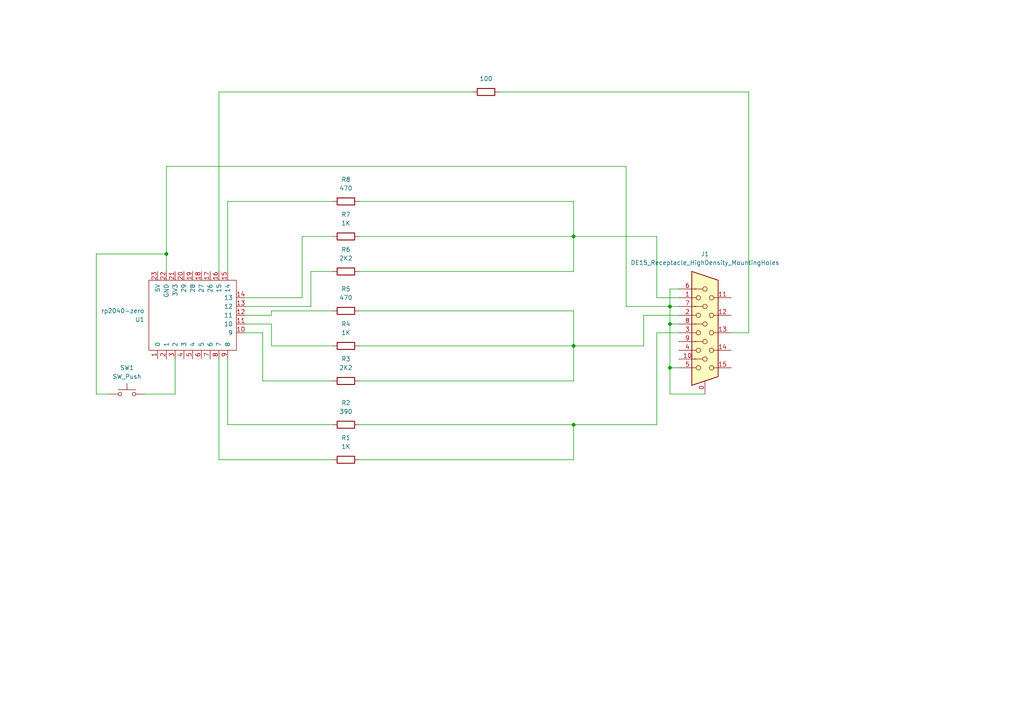
<source format=kicad_sch>
(kicad_sch (version 20230121) (generator eeschema)

  (uuid cf6e1f46-c2e8-445c-8dae-9af0be7afdd3)

  (paper "A4")

  (lib_symbols
    (symbol "Connector:DE15_Receptacle_HighDensity_MountingHoles" (pin_names (offset 1.016) hide) (in_bom yes) (on_board yes)
      (property "Reference" "J" (at 0 21.59 0)
        (effects (font (size 1.27 1.27)))
      )
      (property "Value" "DE15_Receptacle_HighDensity_MountingHoles" (at 0 19.05 0)
        (effects (font (size 1.27 1.27)))
      )
      (property "Footprint" "" (at -24.13 10.16 0)
        (effects (font (size 1.27 1.27)) hide)
      )
      (property "Datasheet" " ~" (at -24.13 10.16 0)
        (effects (font (size 1.27 1.27)) hide)
      )
      (property "ki_keywords" "connector receptacle de15 female D-SUB VGA" (at 0 0 0)
        (effects (font (size 1.27 1.27)) hide)
      )
      (property "ki_description" "15-pin female receptacle socket D-SUB connector, High density (3 columns), Triple Row, Generic, VGA-connector, Mounting Hole" (at 0 0 0)
        (effects (font (size 1.27 1.27)) hide)
      )
      (property "ki_fp_filters" "DSUB*Female*" (at 0 0 0)
        (effects (font (size 1.27 1.27)) hide)
      )
      (symbol "DE15_Receptacle_HighDensity_MountingHoles_0_1"
        (circle (center -1.905 -10.16) (radius 0.635)
          (stroke (width 0) (type default))
          (fill (type none))
        )
        (circle (center -1.905 -5.08) (radius 0.635)
          (stroke (width 0) (type default))
          (fill (type none))
        )
        (circle (center -1.905 0) (radius 0.635)
          (stroke (width 0) (type default))
          (fill (type none))
        )
        (circle (center -1.905 5.08) (radius 0.635)
          (stroke (width 0) (type default))
          (fill (type none))
        )
        (circle (center -1.905 10.16) (radius 0.635)
          (stroke (width 0) (type default))
          (fill (type none))
        )
        (circle (center 0 -7.62) (radius 0.635)
          (stroke (width 0) (type default))
          (fill (type none))
        )
        (circle (center 0 -2.54) (radius 0.635)
          (stroke (width 0) (type default))
          (fill (type none))
        )
        (polyline
          (pts
            (xy -3.175 7.62)
            (xy -0.635 7.62)
          )
          (stroke (width 0) (type default))
          (fill (type none))
        )
        (polyline
          (pts
            (xy -0.635 -7.62)
            (xy -3.175 -7.62)
          )
          (stroke (width 0) (type default))
          (fill (type none))
        )
        (polyline
          (pts
            (xy -0.635 -2.54)
            (xy -3.175 -2.54)
          )
          (stroke (width 0) (type default))
          (fill (type none))
        )
        (polyline
          (pts
            (xy -0.635 2.54)
            (xy -3.175 2.54)
          )
          (stroke (width 0) (type default))
          (fill (type none))
        )
        (polyline
          (pts
            (xy -0.635 12.7)
            (xy -3.175 12.7)
          )
          (stroke (width 0) (type default))
          (fill (type none))
        )
        (polyline
          (pts
            (xy -3.81 17.78)
            (xy -3.81 -15.24)
            (xy 3.81 -12.7)
            (xy 3.81 15.24)
            (xy -3.81 17.78)
          )
          (stroke (width 0.254) (type default))
          (fill (type background))
        )
        (circle (center 0 2.54) (radius 0.635)
          (stroke (width 0) (type default))
          (fill (type none))
        )
        (circle (center 0 7.62) (radius 0.635)
          (stroke (width 0) (type default))
          (fill (type none))
        )
        (circle (center 0 12.7) (radius 0.635)
          (stroke (width 0) (type default))
          (fill (type none))
        )
        (circle (center 1.905 -10.16) (radius 0.635)
          (stroke (width 0) (type default))
          (fill (type none))
        )
        (circle (center 1.905 -5.08) (radius 0.635)
          (stroke (width 0) (type default))
          (fill (type none))
        )
        (circle (center 1.905 0) (radius 0.635)
          (stroke (width 0) (type default))
          (fill (type none))
        )
        (circle (center 1.905 5.08) (radius 0.635)
          (stroke (width 0) (type default))
          (fill (type none))
        )
        (circle (center 1.905 10.16) (radius 0.635)
          (stroke (width 0) (type default))
          (fill (type none))
        )
      )
      (symbol "DE15_Receptacle_HighDensity_MountingHoles_1_1"
        (pin passive line (at 0 -17.78 90) (length 3.81)
          (name "~" (effects (font (size 1.27 1.27))))
          (number "0" (effects (font (size 1.27 1.27))))
        )
        (pin passive line (at -7.62 10.16 0) (length 5.08)
          (name "~" (effects (font (size 1.27 1.27))))
          (number "1" (effects (font (size 1.27 1.27))))
        )
        (pin passive line (at -7.62 -7.62 0) (length 5.08)
          (name "~" (effects (font (size 1.27 1.27))))
          (number "10" (effects (font (size 1.27 1.27))))
        )
        (pin passive line (at 7.62 10.16 180) (length 5.08)
          (name "~" (effects (font (size 1.27 1.27))))
          (number "11" (effects (font (size 1.27 1.27))))
        )
        (pin passive line (at 7.62 5.08 180) (length 5.08)
          (name "~" (effects (font (size 1.27 1.27))))
          (number "12" (effects (font (size 1.27 1.27))))
        )
        (pin passive line (at 7.62 0 180) (length 5.08)
          (name "~" (effects (font (size 1.27 1.27))))
          (number "13" (effects (font (size 1.27 1.27))))
        )
        (pin passive line (at 7.62 -5.08 180) (length 5.08)
          (name "~" (effects (font (size 1.27 1.27))))
          (number "14" (effects (font (size 1.27 1.27))))
        )
        (pin passive line (at 7.62 -10.16 180) (length 5.08)
          (name "~" (effects (font (size 1.27 1.27))))
          (number "15" (effects (font (size 1.27 1.27))))
        )
        (pin passive line (at -7.62 5.08 0) (length 5.08)
          (name "~" (effects (font (size 1.27 1.27))))
          (number "2" (effects (font (size 1.27 1.27))))
        )
        (pin passive line (at -7.62 0 0) (length 5.08)
          (name "~" (effects (font (size 1.27 1.27))))
          (number "3" (effects (font (size 1.27 1.27))))
        )
        (pin passive line (at -7.62 -5.08 0) (length 5.08)
          (name "~" (effects (font (size 1.27 1.27))))
          (number "4" (effects (font (size 1.27 1.27))))
        )
        (pin passive line (at -7.62 -10.16 0) (length 5.08)
          (name "~" (effects (font (size 1.27 1.27))))
          (number "5" (effects (font (size 1.27 1.27))))
        )
        (pin passive line (at -7.62 12.7 0) (length 5.08)
          (name "~" (effects (font (size 1.27 1.27))))
          (number "6" (effects (font (size 1.27 1.27))))
        )
        (pin passive line (at -7.62 7.62 0) (length 5.08)
          (name "~" (effects (font (size 1.27 1.27))))
          (number "7" (effects (font (size 1.27 1.27))))
        )
        (pin passive line (at -7.62 2.54 0) (length 5.08)
          (name "~" (effects (font (size 1.27 1.27))))
          (number "8" (effects (font (size 1.27 1.27))))
        )
        (pin passive line (at -7.62 -2.54 0) (length 5.08)
          (name "~" (effects (font (size 1.27 1.27))))
          (number "9" (effects (font (size 1.27 1.27))))
        )
      )
    )
    (symbol "Device:R" (pin_numbers hide) (pin_names (offset 0)) (in_bom yes) (on_board yes)
      (property "Reference" "R" (at 2.032 0 90)
        (effects (font (size 1.27 1.27)))
      )
      (property "Value" "R" (at 0 0 90)
        (effects (font (size 1.27 1.27)))
      )
      (property "Footprint" "" (at -1.778 0 90)
        (effects (font (size 1.27 1.27)) hide)
      )
      (property "Datasheet" "~" (at 0 0 0)
        (effects (font (size 1.27 1.27)) hide)
      )
      (property "ki_keywords" "R res resistor" (at 0 0 0)
        (effects (font (size 1.27 1.27)) hide)
      )
      (property "ki_description" "Resistor" (at 0 0 0)
        (effects (font (size 1.27 1.27)) hide)
      )
      (property "ki_fp_filters" "R_*" (at 0 0 0)
        (effects (font (size 1.27 1.27)) hide)
      )
      (symbol "R_0_1"
        (rectangle (start -1.016 -2.54) (end 1.016 2.54)
          (stroke (width 0.254) (type default))
          (fill (type none))
        )
      )
      (symbol "R_1_1"
        (pin passive line (at 0 3.81 270) (length 1.27)
          (name "~" (effects (font (size 1.27 1.27))))
          (number "1" (effects (font (size 1.27 1.27))))
        )
        (pin passive line (at 0 -3.81 90) (length 1.27)
          (name "~" (effects (font (size 1.27 1.27))))
          (number "2" (effects (font (size 1.27 1.27))))
        )
      )
    )
    (symbol "Switch:SW_Push" (pin_numbers hide) (pin_names (offset 1.016) hide) (in_bom yes) (on_board yes)
      (property "Reference" "SW" (at 1.27 2.54 0)
        (effects (font (size 1.27 1.27)) (justify left))
      )
      (property "Value" "SW_Push" (at 0 -1.524 0)
        (effects (font (size 1.27 1.27)))
      )
      (property "Footprint" "" (at 0 5.08 0)
        (effects (font (size 1.27 1.27)) hide)
      )
      (property "Datasheet" "~" (at 0 5.08 0)
        (effects (font (size 1.27 1.27)) hide)
      )
      (property "ki_keywords" "switch normally-open pushbutton push-button" (at 0 0 0)
        (effects (font (size 1.27 1.27)) hide)
      )
      (property "ki_description" "Push button switch, generic, two pins" (at 0 0 0)
        (effects (font (size 1.27 1.27)) hide)
      )
      (symbol "SW_Push_0_1"
        (circle (center -2.032 0) (radius 0.508)
          (stroke (width 0) (type default))
          (fill (type none))
        )
        (polyline
          (pts
            (xy 0 1.27)
            (xy 0 3.048)
          )
          (stroke (width 0) (type default))
          (fill (type none))
        )
        (polyline
          (pts
            (xy 2.54 1.27)
            (xy -2.54 1.27)
          )
          (stroke (width 0) (type default))
          (fill (type none))
        )
        (circle (center 2.032 0) (radius 0.508)
          (stroke (width 0) (type default))
          (fill (type none))
        )
        (pin passive line (at -5.08 0 0) (length 2.54)
          (name "1" (effects (font (size 1.27 1.27))))
          (number "1" (effects (font (size 1.27 1.27))))
        )
        (pin passive line (at 5.08 0 180) (length 2.54)
          (name "2" (effects (font (size 1.27 1.27))))
          (number "2" (effects (font (size 1.27 1.27))))
        )
      )
    )
    (symbol "Waveshare RP2040-Zero:rp2040-zero" (pin_names (offset 1.016)) (in_bom yes) (on_board yes)
      (property "Reference" "U" (at 0 15.24 0)
        (effects (font (size 1.27 1.27)))
      )
      (property "Value" "rp2040-zero" (at 0 12.7 0)
        (effects (font (size 1.27 1.27)))
      )
      (property "Footprint" "" (at -8.89 5.08 0)
        (effects (font (size 1.27 1.27)) hide)
      )
      (property "Datasheet" "" (at -8.89 5.08 0)
        (effects (font (size 1.27 1.27)) hide)
      )
      (symbol "rp2040-zero_0_1"
        (rectangle (start -10.16 11.43) (end 10.16 -13.97)
          (stroke (width 0) (type default))
          (fill (type none))
        )
      )
      (symbol "rp2040-zero_1_1"
        (pin bidirectional line (at 12.7 8.89 180) (length 2.54)
          (name "0" (effects (font (size 1.27 1.27))))
          (number "1" (effects (font (size 1.27 1.27))))
        )
        (pin bidirectional line (at 5.08 -16.51 90) (length 2.54)
          (name "9" (effects (font (size 1.27 1.27))))
          (number "10" (effects (font (size 1.27 1.27))))
        )
        (pin bidirectional line (at 2.54 -16.51 90) (length 2.54)
          (name "10" (effects (font (size 1.27 1.27))))
          (number "11" (effects (font (size 1.27 1.27))))
        )
        (pin bidirectional line (at 0 -16.51 90) (length 2.54)
          (name "11" (effects (font (size 1.27 1.27))))
          (number "12" (effects (font (size 1.27 1.27))))
        )
        (pin bidirectional line (at -2.54 -16.51 90) (length 2.54)
          (name "12" (effects (font (size 1.27 1.27))))
          (number "13" (effects (font (size 1.27 1.27))))
        )
        (pin bidirectional line (at -5.08 -16.51 90) (length 2.54)
          (name "13" (effects (font (size 1.27 1.27))))
          (number "14" (effects (font (size 1.27 1.27))))
        )
        (pin bidirectional line (at -12.7 -11.43 0) (length 2.54)
          (name "14" (effects (font (size 1.27 1.27))))
          (number "15" (effects (font (size 1.27 1.27))))
        )
        (pin bidirectional line (at -12.7 -8.89 0) (length 2.54)
          (name "15" (effects (font (size 1.27 1.27))))
          (number "16" (effects (font (size 1.27 1.27))))
        )
        (pin bidirectional line (at -12.7 -6.35 0) (length 2.54)
          (name "26" (effects (font (size 1.27 1.27))))
          (number "17" (effects (font (size 1.27 1.27))))
        )
        (pin bidirectional line (at -12.7 -3.81 0) (length 2.54)
          (name "27" (effects (font (size 1.27 1.27))))
          (number "18" (effects (font (size 1.27 1.27))))
        )
        (pin bidirectional line (at -12.7 -1.27 0) (length 2.54)
          (name "28" (effects (font (size 1.27 1.27))))
          (number "19" (effects (font (size 1.27 1.27))))
        )
        (pin bidirectional line (at 12.7 6.35 180) (length 2.54)
          (name "1" (effects (font (size 1.27 1.27))))
          (number "2" (effects (font (size 1.27 1.27))))
        )
        (pin bidirectional line (at -12.7 1.27 0) (length 2.54)
          (name "29" (effects (font (size 1.27 1.27))))
          (number "20" (effects (font (size 1.27 1.27))))
        )
        (pin power_out line (at -12.7 3.81 0) (length 2.54)
          (name "3V3" (effects (font (size 1.27 1.27))))
          (number "21" (effects (font (size 1.27 1.27))))
        )
        (pin power_out line (at -12.7 6.35 0) (length 2.54)
          (name "GND" (effects (font (size 1.27 1.27))))
          (number "22" (effects (font (size 1.27 1.27))))
        )
        (pin power_out line (at -12.7 8.89 0) (length 2.54)
          (name "5V" (effects (font (size 1.27 1.27))))
          (number "23" (effects (font (size 1.27 1.27))))
        )
        (pin bidirectional line (at 12.7 3.81 180) (length 2.54)
          (name "2" (effects (font (size 1.27 1.27))))
          (number "3" (effects (font (size 1.27 1.27))))
        )
        (pin bidirectional line (at 12.7 1.27 180) (length 2.54)
          (name "3" (effects (font (size 1.27 1.27))))
          (number "4" (effects (font (size 1.27 1.27))))
        )
        (pin bidirectional line (at 12.7 -1.27 180) (length 2.54)
          (name "4" (effects (font (size 1.27 1.27))))
          (number "5" (effects (font (size 1.27 1.27))))
        )
        (pin bidirectional line (at 12.7 -3.81 180) (length 2.54)
          (name "5" (effects (font (size 1.27 1.27))))
          (number "6" (effects (font (size 1.27 1.27))))
        )
        (pin bidirectional line (at 12.7 -6.35 180) (length 2.54)
          (name "6" (effects (font (size 1.27 1.27))))
          (number "7" (effects (font (size 1.27 1.27))))
        )
        (pin bidirectional line (at 12.7 -8.89 180) (length 2.54)
          (name "7" (effects (font (size 1.27 1.27))))
          (number "8" (effects (font (size 1.27 1.27))))
        )
        (pin bidirectional line (at 12.7 -11.43 180) (length 2.54)
          (name "8" (effects (font (size 1.27 1.27))))
          (number "9" (effects (font (size 1.27 1.27))))
        )
      )
    )
  )

  (junction (at 194.31 106.68) (diameter 0) (color 0 0 0 0)
    (uuid 2721ef0f-4022-41c2-bef2-fefb6ff53210)
  )
  (junction (at 166.37 68.58) (diameter 0) (color 0 0 0 0)
    (uuid 276af1c6-fe3e-461b-b38c-61ad8bc3ff46)
  )
  (junction (at 194.31 93.98) (diameter 0) (color 0 0 0 0)
    (uuid 2d5b4cce-dc5a-4e02-b3ca-bb3dfd0a0d2f)
  )
  (junction (at 166.37 100.33) (diameter 0) (color 0 0 0 0)
    (uuid 3b1dbbe8-18a7-4e2b-a7c9-5d6bc2fc4b6e)
  )
  (junction (at 48.26 73.66) (diameter 0) (color 0 0 0 0)
    (uuid 3c9f7228-a948-4925-85af-b8693e2218f1)
  )
  (junction (at 194.31 88.9) (diameter 0) (color 0 0 0 0)
    (uuid dc6a8de1-8875-46ce-8c3b-abafac9be002)
  )
  (junction (at 166.37 123.19) (diameter 0) (color 0 0 0 0)
    (uuid e23418d5-cf7b-4c5e-ade6-3a1f256b81d9)
  )

  (wire (pts (xy 96.52 100.33) (xy 78.74 100.33))
    (stroke (width 0) (type default))
    (uuid 0265ec7c-e6bd-463a-8a6c-1d61a9617a2c)
  )
  (wire (pts (xy 190.5 96.52) (xy 196.85 96.52))
    (stroke (width 0) (type default))
    (uuid 03aa5674-4a4c-4bfa-8174-876a9c8b1a52)
  )
  (wire (pts (xy 66.04 123.19) (xy 66.04 104.14))
    (stroke (width 0) (type default))
    (uuid 040f5b9a-2eff-47c7-836e-0f96e3ee1f36)
  )
  (wire (pts (xy 217.17 26.67) (xy 217.17 96.52))
    (stroke (width 0) (type default))
    (uuid 0605e111-4e44-49d3-8583-068dbf5e1937)
  )
  (wire (pts (xy 27.94 73.66) (xy 27.94 114.3))
    (stroke (width 0) (type default))
    (uuid 0b672efb-5204-49fe-8c21-7e9a10ddf6b1)
  )
  (wire (pts (xy 63.5 26.67) (xy 63.5 78.74))
    (stroke (width 0) (type default))
    (uuid 0c59107e-29a5-4568-ae7a-ce21ee0a9123)
  )
  (wire (pts (xy 194.31 83.82) (xy 196.85 83.82))
    (stroke (width 0) (type default))
    (uuid 0d1f154b-a75e-4673-bcf6-2e26c224105c)
  )
  (wire (pts (xy 96.52 110.49) (xy 76.2 110.49))
    (stroke (width 0) (type default))
    (uuid 0f60944d-61ba-4dfb-9501-3812364651dd)
  )
  (wire (pts (xy 190.5 68.58) (xy 190.5 86.36))
    (stroke (width 0) (type default))
    (uuid 100fa5c9-b88c-4083-ac91-0da0023c1b1c)
  )
  (wire (pts (xy 181.61 48.26) (xy 48.26 48.26))
    (stroke (width 0) (type default))
    (uuid 1570f080-3f7c-4e8e-a06b-09e1a60cfba5)
  )
  (wire (pts (xy 48.26 73.66) (xy 27.94 73.66))
    (stroke (width 0) (type default))
    (uuid 192269fd-9cb9-409a-b2b6-e19ed2d09e43)
  )
  (wire (pts (xy 96.52 123.19) (xy 66.04 123.19))
    (stroke (width 0) (type default))
    (uuid 200424d2-c00b-41ed-b1b1-05795a701268)
  )
  (wire (pts (xy 186.69 91.44) (xy 196.85 91.44))
    (stroke (width 0) (type default))
    (uuid 20a78ee1-e4ed-426a-b4af-d78e386b2990)
  )
  (wire (pts (xy 166.37 90.17) (xy 166.37 100.33))
    (stroke (width 0) (type default))
    (uuid 2963bb80-74cb-4d39-ba74-d610eba8b214)
  )
  (wire (pts (xy 27.94 114.3) (xy 31.75 114.3))
    (stroke (width 0) (type default))
    (uuid 2d4b9591-ce87-469e-9bed-6043e327a4bf)
  )
  (wire (pts (xy 194.31 114.3) (xy 194.31 106.68))
    (stroke (width 0) (type default))
    (uuid 2f83f294-b151-4775-b931-f2b7dca5a28d)
  )
  (wire (pts (xy 166.37 100.33) (xy 166.37 110.49))
    (stroke (width 0) (type default))
    (uuid 376c9765-09f5-481c-b51f-8610dd6c6f7e)
  )
  (wire (pts (xy 48.26 73.66) (xy 48.26 78.74))
    (stroke (width 0) (type default))
    (uuid 39a448a9-48c5-4e30-b651-c64692397f0b)
  )
  (wire (pts (xy 48.26 48.26) (xy 48.26 73.66))
    (stroke (width 0) (type default))
    (uuid 3b52aac6-60bf-47dc-9ecd-b7772be1178a)
  )
  (wire (pts (xy 66.04 58.42) (xy 66.04 78.74))
    (stroke (width 0) (type default))
    (uuid 3ec9513c-4690-42de-a3ef-61ae96b0e905)
  )
  (wire (pts (xy 166.37 123.19) (xy 166.37 133.35))
    (stroke (width 0) (type default))
    (uuid 46c97574-0cfc-4a58-8d36-d4cc7eac2ff8)
  )
  (wire (pts (xy 166.37 58.42) (xy 166.37 68.58))
    (stroke (width 0) (type default))
    (uuid 4b1335bc-0af9-4d88-a916-2ecd70308729)
  )
  (wire (pts (xy 166.37 68.58) (xy 166.37 78.74))
    (stroke (width 0) (type default))
    (uuid 4e777664-1f02-4a0d-b7e1-06ad5af61533)
  )
  (wire (pts (xy 166.37 100.33) (xy 186.69 100.33))
    (stroke (width 0) (type default))
    (uuid 55dca4a8-10fb-4e62-9fbd-a1f5b9524860)
  )
  (wire (pts (xy 90.17 88.9) (xy 71.12 88.9))
    (stroke (width 0) (type default))
    (uuid 57c6813f-95e2-44e0-9947-d78a636ef028)
  )
  (wire (pts (xy 194.31 93.98) (xy 196.85 93.98))
    (stroke (width 0) (type default))
    (uuid 5b9a5279-8fa9-47c8-b3b1-2fb777e8915e)
  )
  (wire (pts (xy 104.14 90.17) (xy 166.37 90.17))
    (stroke (width 0) (type default))
    (uuid 666d7a71-6c16-426a-8711-d0fd2ff0e883)
  )
  (wire (pts (xy 186.69 100.33) (xy 186.69 91.44))
    (stroke (width 0) (type default))
    (uuid 690152fd-19e2-4e04-b7d5-ac00f88cd174)
  )
  (wire (pts (xy 87.63 86.36) (xy 71.12 86.36))
    (stroke (width 0) (type default))
    (uuid 69081cef-35b6-4b70-af74-88c46bfd99d5)
  )
  (wire (pts (xy 96.52 58.42) (xy 66.04 58.42))
    (stroke (width 0) (type default))
    (uuid 699799de-da0a-498c-a6fb-4c6dfa835be2)
  )
  (wire (pts (xy 96.52 68.58) (xy 87.63 68.58))
    (stroke (width 0) (type default))
    (uuid 6b86857b-dc2d-4f82-810d-533d82fb6a0b)
  )
  (wire (pts (xy 96.52 133.35) (xy 63.5 133.35))
    (stroke (width 0) (type default))
    (uuid 783b29ba-08f5-443f-9e29-f32a1754deb1)
  )
  (wire (pts (xy 204.47 114.3) (xy 194.31 114.3))
    (stroke (width 0) (type default))
    (uuid 7afd7952-c928-4c67-860a-c2802a389665)
  )
  (wire (pts (xy 76.2 110.49) (xy 76.2 96.52))
    (stroke (width 0) (type default))
    (uuid 7c9468c3-7c58-40bf-96d6-cad31fb517ea)
  )
  (wire (pts (xy 63.5 26.67) (xy 137.16 26.67))
    (stroke (width 0) (type default))
    (uuid 84aaa59f-d3d8-49a1-9213-94b5a102ed93)
  )
  (wire (pts (xy 104.14 133.35) (xy 166.37 133.35))
    (stroke (width 0) (type default))
    (uuid 87f7600b-5b78-4ea8-976f-3fcf4bc46c59)
  )
  (wire (pts (xy 87.63 68.58) (xy 87.63 86.36))
    (stroke (width 0) (type default))
    (uuid 8918dd17-c1f2-46db-852f-4a54a5827efc)
  )
  (wire (pts (xy 194.31 88.9) (xy 196.85 88.9))
    (stroke (width 0) (type default))
    (uuid 8b9d7263-bec3-4786-81ea-7a63e45694de)
  )
  (wire (pts (xy 90.17 78.74) (xy 90.17 88.9))
    (stroke (width 0) (type default))
    (uuid 8e89aa06-dbba-4c49-bfcb-1bee5d18a950)
  )
  (wire (pts (xy 104.14 58.42) (xy 166.37 58.42))
    (stroke (width 0) (type default))
    (uuid 92107ead-3441-43ea-8386-64605d5373c2)
  )
  (wire (pts (xy 78.74 93.98) (xy 71.12 93.98))
    (stroke (width 0) (type default))
    (uuid 97f6292b-a91a-444a-8e52-65c394c22942)
  )
  (wire (pts (xy 190.5 86.36) (xy 196.85 86.36))
    (stroke (width 0) (type default))
    (uuid 984f3e25-395b-48de-944c-9c8497df9d64)
  )
  (wire (pts (xy 50.8 114.3) (xy 41.91 114.3))
    (stroke (width 0) (type default))
    (uuid 9cedf515-2463-4256-bb18-a9e0a6fd2a74)
  )
  (wire (pts (xy 76.2 96.52) (xy 71.12 96.52))
    (stroke (width 0) (type default))
    (uuid 9f76a662-4c25-4eaa-8b35-a267a44bf342)
  )
  (wire (pts (xy 194.31 88.9) (xy 181.61 88.9))
    (stroke (width 0) (type default))
    (uuid aa509534-a59e-43e0-8843-cc5cbd761732)
  )
  (wire (pts (xy 194.31 83.82) (xy 194.31 88.9))
    (stroke (width 0) (type default))
    (uuid ab0abaab-80ac-4a04-9b92-7ba0361851a6)
  )
  (wire (pts (xy 166.37 123.19) (xy 190.5 123.19))
    (stroke (width 0) (type default))
    (uuid acc4bbb0-b663-41b3-aeff-8fd6c081f88b)
  )
  (wire (pts (xy 166.37 68.58) (xy 190.5 68.58))
    (stroke (width 0) (type default))
    (uuid b3cd972f-3dd7-4196-8e68-4ec346f4b718)
  )
  (wire (pts (xy 63.5 133.35) (xy 63.5 104.14))
    (stroke (width 0) (type default))
    (uuid be25c527-688b-452b-8462-57005b32cae4)
  )
  (wire (pts (xy 104.14 78.74) (xy 166.37 78.74))
    (stroke (width 0) (type default))
    (uuid c0ab5256-f87b-4cf0-bfcd-068a628e2ad3)
  )
  (wire (pts (xy 190.5 96.52) (xy 190.5 123.19))
    (stroke (width 0) (type default))
    (uuid c78bcaae-b589-4e05-b219-91d5ac5681d5)
  )
  (wire (pts (xy 194.31 88.9) (xy 194.31 93.98))
    (stroke (width 0) (type default))
    (uuid cb20ccdf-d312-4c23-bbbc-f2dc6a804f6d)
  )
  (wire (pts (xy 194.31 106.68) (xy 196.85 106.68))
    (stroke (width 0) (type default))
    (uuid cc899c9d-aa87-4497-8252-f187f40bbf24)
  )
  (wire (pts (xy 217.17 96.52) (xy 212.09 96.52))
    (stroke (width 0) (type default))
    (uuid ce68e62c-b59e-48a5-a259-b71f2d61fcb2)
  )
  (wire (pts (xy 78.74 90.17) (xy 78.74 91.44))
    (stroke (width 0) (type default))
    (uuid d6efa458-1a83-464a-9070-c27747964eb3)
  )
  (wire (pts (xy 96.52 78.74) (xy 90.17 78.74))
    (stroke (width 0) (type default))
    (uuid d75d3239-9b11-4794-beac-02d9a01e2252)
  )
  (wire (pts (xy 50.8 104.14) (xy 50.8 114.3))
    (stroke (width 0) (type default))
    (uuid d860ff65-9423-4538-a036-320e10090205)
  )
  (wire (pts (xy 144.78 26.67) (xy 217.17 26.67))
    (stroke (width 0) (type default))
    (uuid d89a3910-69c5-415c-824f-3c4604eae0bd)
  )
  (wire (pts (xy 104.14 110.49) (xy 166.37 110.49))
    (stroke (width 0) (type default))
    (uuid e321d8f9-e5cb-4ae5-82d0-02ed64498fbb)
  )
  (wire (pts (xy 181.61 88.9) (xy 181.61 48.26))
    (stroke (width 0) (type default))
    (uuid e3b1f426-e4d4-49f4-9ac0-c7697db142be)
  )
  (wire (pts (xy 104.14 100.33) (xy 166.37 100.33))
    (stroke (width 0) (type default))
    (uuid e4e4cfe9-1e71-4bd9-b6fc-bb1135498c16)
  )
  (wire (pts (xy 96.52 90.17) (xy 78.74 90.17))
    (stroke (width 0) (type default))
    (uuid e6088b47-707a-4b29-ac93-6ae46e1734b4)
  )
  (wire (pts (xy 104.14 68.58) (xy 166.37 68.58))
    (stroke (width 0) (type default))
    (uuid ed1d6902-6001-4e59-8af5-79132eb43fc1)
  )
  (wire (pts (xy 194.31 93.98) (xy 194.31 106.68))
    (stroke (width 0) (type default))
    (uuid f222d348-4e2d-4ce3-a4b3-2b5839b94af7)
  )
  (wire (pts (xy 104.14 123.19) (xy 166.37 123.19))
    (stroke (width 0) (type default))
    (uuid fb043a1b-4d8e-414a-9630-2ad80f5d25dc)
  )
  (wire (pts (xy 78.74 91.44) (xy 71.12 91.44))
    (stroke (width 0) (type default))
    (uuid fca7c5e2-a6e8-45e4-a6da-ceae15e9f480)
  )
  (wire (pts (xy 78.74 100.33) (xy 78.74 93.98))
    (stroke (width 0) (type default))
    (uuid fdd1568c-a58b-4f78-8c26-8b02e9c59617)
  )

  (symbol (lib_id "Waveshare RP2040-Zero:rp2040-zero") (at 54.61 91.44 90) (mirror x) (unit 1)
    (in_bom yes) (on_board yes) (dnp no)
    (uuid 0ef6b466-5da4-4437-91ab-a584590c8d14)
    (property "Reference" "U1" (at 41.91 92.71 90)
      (effects (font (size 1.27 1.27)) (justify left))
    )
    (property "Value" "rp2040-zero" (at 41.91 90.17 90)
      (effects (font (size 1.27 1.27)) (justify left))
    )
    (property "Footprint" "kleeb:rp2040-zero-smd" (at 49.53 82.55 0)
      (effects (font (size 1.27 1.27)) hide)
    )
    (property "Datasheet" "" (at 49.53 82.55 0)
      (effects (font (size 1.27 1.27)) hide)
    )
    (pin "5" (uuid a9a9428a-e8cc-41be-af75-d78763d7876f))
    (pin "6" (uuid 683c4e00-4916-42f1-b813-96b78dcea511))
    (pin "2" (uuid 4d1b8153-1f1e-4338-8828-e5f69aacb1d3))
    (pin "16" (uuid 444029df-26ce-49d9-b42b-beda32e8357c))
    (pin "15" (uuid dde38544-b17c-4c8e-8125-694a9b292e79))
    (pin "8" (uuid 0480eb91-bbbf-4715-ae34-90b507366f5c))
    (pin "14" (uuid f7bb970c-0c73-4c35-9545-a95ad4e11830))
    (pin "1" (uuid 2de21276-05c9-4d8d-9193-a91010f8d04a))
    (pin "19" (uuid 19fdf113-c511-480e-8439-094ad33e0a70))
    (pin "13" (uuid f09932df-8d77-4868-901f-6f83ee499f67))
    (pin "22" (uuid dc4fa8f1-6892-47b9-8346-c1863e940944))
    (pin "18" (uuid a487d847-585f-45ed-8d9a-067982887244))
    (pin "10" (uuid dd5748c5-cb2d-4713-b37a-d593a76c5bbf))
    (pin "21" (uuid 0c71543b-2589-4b67-8bd3-4eb2ef6fafcf))
    (pin "4" (uuid 965f2eea-d168-46dc-929e-33977d360a9f))
    (pin "3" (uuid 3520c565-47c2-44cf-8f30-f833c005f1fa))
    (pin "9" (uuid 7c10867d-d14b-49d2-bd29-23b978b26310))
    (pin "11" (uuid 701ccb30-1eb0-4cf6-8788-df06e546c24e))
    (pin "12" (uuid 3b37dc37-5675-4f6f-bb7b-c8c712a67f3e))
    (pin "7" (uuid 5523c697-080e-4b12-b023-47b858aedba7))
    (pin "23" (uuid ed506ba8-e022-4deb-b89a-a0fdae67544f))
    (pin "20" (uuid 4e21a964-6086-4499-b42b-a76c2b91133d))
    (pin "17" (uuid ed97002a-081a-4f6d-a7d7-7ddc9a20106b))
    (instances
      (project "RP2040-TestPatternGenerator"
        (path "/cf6e1f46-c2e8-445c-8dae-9af0be7afdd3"
          (reference "U1") (unit 1)
        )
      )
    )
  )

  (symbol (lib_id "Switch:SW_Push") (at 36.83 114.3 0) (unit 1)
    (in_bom yes) (on_board yes) (dnp no) (fields_autoplaced)
    (uuid 1138425d-39d5-42b0-8c3a-5ea0c5c98601)
    (property "Reference" "SW1" (at 36.83 106.68 0)
      (effects (font (size 1.27 1.27)))
    )
    (property "Value" "SW_Push" (at 36.83 109.22 0)
      (effects (font (size 1.27 1.27)))
    )
    (property "Footprint" "Button_Switch_THT:SW_Tactile_SPST_Angled_PTS645Vx58-2LFS" (at 36.83 109.22 0)
      (effects (font (size 1.27 1.27)) hide)
    )
    (property "Datasheet" "~" (at 36.83 109.22 0)
      (effects (font (size 1.27 1.27)) hide)
    )
    (pin "1" (uuid e840602b-d0ca-4950-b489-affa4bf6439c))
    (pin "2" (uuid f17bb84f-60d1-4828-9ec6-929f7a770da1))
    (instances
      (project "RP2040-TestPatternGenerator"
        (path "/cf6e1f46-c2e8-445c-8dae-9af0be7afdd3"
          (reference "SW1") (unit 1)
        )
      )
    )
  )

  (symbol (lib_id "Device:R") (at 100.33 58.42 90) (unit 1)
    (in_bom yes) (on_board yes) (dnp no) (fields_autoplaced)
    (uuid 456069c6-5ef4-4fa1-b964-67264d3793f0)
    (property "Reference" "R8" (at 100.33 52.07 90)
      (effects (font (size 1.27 1.27)))
    )
    (property "Value" "470" (at 100.33 54.61 90)
      (effects (font (size 1.27 1.27)))
    )
    (property "Footprint" "Resistor_THT:R_Axial_DIN0207_L6.3mm_D2.5mm_P10.16mm_Horizontal" (at 100.33 60.198 90)
      (effects (font (size 1.27 1.27)) hide)
    )
    (property "Datasheet" "~" (at 100.33 58.42 0)
      (effects (font (size 1.27 1.27)) hide)
    )
    (pin "1" (uuid d570896e-780e-4487-a8d3-ebf9c6529276))
    (pin "2" (uuid a45b5b52-eac1-46fa-a474-aae3b74b028b))
    (instances
      (project "RP2040-TestPatternGenerator"
        (path "/cf6e1f46-c2e8-445c-8dae-9af0be7afdd3"
          (reference "R8") (unit 1)
        )
      )
    )
  )

  (symbol (lib_id "Device:R") (at 100.33 133.35 90) (unit 1)
    (in_bom yes) (on_board yes) (dnp no) (fields_autoplaced)
    (uuid 4dcb1e10-68c4-49be-9ee4-37e97b7df1bb)
    (property "Reference" "R1" (at 100.33 127 90)
      (effects (font (size 1.27 1.27)))
    )
    (property "Value" "1K" (at 100.33 129.54 90)
      (effects (font (size 1.27 1.27)))
    )
    (property "Footprint" "Resistor_THT:R_Axial_DIN0207_L6.3mm_D2.5mm_P10.16mm_Horizontal" (at 100.33 135.128 90)
      (effects (font (size 1.27 1.27)) hide)
    )
    (property "Datasheet" "~" (at 100.33 133.35 0)
      (effects (font (size 1.27 1.27)) hide)
    )
    (pin "1" (uuid 63143203-7649-46a0-915f-90c6bf22a118))
    (pin "2" (uuid 5d50828e-5f0d-47d7-bd61-e9fdfad74a50))
    (instances
      (project "RP2040-TestPatternGenerator"
        (path "/cf6e1f46-c2e8-445c-8dae-9af0be7afdd3"
          (reference "R1") (unit 1)
        )
      )
    )
  )

  (symbol (lib_id "Device:R") (at 100.33 68.58 90) (unit 1)
    (in_bom yes) (on_board yes) (dnp no) (fields_autoplaced)
    (uuid 547acfdc-fe7b-42b4-b25d-4fb930002d60)
    (property "Reference" "R7" (at 100.33 62.23 90)
      (effects (font (size 1.27 1.27)))
    )
    (property "Value" "1K" (at 100.33 64.77 90)
      (effects (font (size 1.27 1.27)))
    )
    (property "Footprint" "Resistor_THT:R_Axial_DIN0207_L6.3mm_D2.5mm_P10.16mm_Horizontal" (at 100.33 70.358 90)
      (effects (font (size 1.27 1.27)) hide)
    )
    (property "Datasheet" "~" (at 100.33 68.58 0)
      (effects (font (size 1.27 1.27)) hide)
    )
    (pin "1" (uuid 489acc79-fbd5-44fd-aa6d-5e7325e91807))
    (pin "2" (uuid 0874ea25-5b01-44df-81db-40d06a0dbd76))
    (instances
      (project "RP2040-TestPatternGenerator"
        (path "/cf6e1f46-c2e8-445c-8dae-9af0be7afdd3"
          (reference "R7") (unit 1)
        )
      )
    )
  )

  (symbol (lib_id "Device:R") (at 100.33 78.74 90) (unit 1)
    (in_bom yes) (on_board yes) (dnp no)
    (uuid 5fad3847-35c1-4457-956d-a6f42538c71a)
    (property "Reference" "R6" (at 100.33 72.39 90)
      (effects (font (size 1.27 1.27)))
    )
    (property "Value" "2K2" (at 100.33 74.93 90)
      (effects (font (size 1.27 1.27)))
    )
    (property "Footprint" "Resistor_THT:R_Axial_DIN0207_L6.3mm_D2.5mm_P10.16mm_Horizontal" (at 100.33 80.518 90)
      (effects (font (size 1.27 1.27)) hide)
    )
    (property "Datasheet" "~" (at 100.33 78.74 0)
      (effects (font (size 1.27 1.27)) hide)
    )
    (pin "1" (uuid 70bf1b51-6fc3-4b70-bd31-918fd4e796ac))
    (pin "2" (uuid 1af47b39-3fa3-4110-8075-a60d0d65573f))
    (instances
      (project "RP2040-TestPatternGenerator"
        (path "/cf6e1f46-c2e8-445c-8dae-9af0be7afdd3"
          (reference "R6") (unit 1)
        )
      )
    )
  )

  (symbol (lib_id "Device:R") (at 100.33 100.33 90) (unit 1)
    (in_bom yes) (on_board yes) (dnp no) (fields_autoplaced)
    (uuid 68712ec8-7087-448d-9cf7-b9ec30552fdf)
    (property "Reference" "R4" (at 100.33 93.98 90)
      (effects (font (size 1.27 1.27)))
    )
    (property "Value" "1K" (at 100.33 96.52 90)
      (effects (font (size 1.27 1.27)))
    )
    (property "Footprint" "Resistor_THT:R_Axial_DIN0207_L6.3mm_D2.5mm_P10.16mm_Horizontal" (at 100.33 102.108 90)
      (effects (font (size 1.27 1.27)) hide)
    )
    (property "Datasheet" "~" (at 100.33 100.33 0)
      (effects (font (size 1.27 1.27)) hide)
    )
    (pin "1" (uuid 00c5f49c-4bf1-443c-81d3-4dc4c0724067))
    (pin "2" (uuid ed80ff6b-d2ca-4d8b-845b-e1f781ddc4d3))
    (instances
      (project "RP2040-TestPatternGenerator"
        (path "/cf6e1f46-c2e8-445c-8dae-9af0be7afdd3"
          (reference "R4") (unit 1)
        )
      )
    )
  )

  (symbol (lib_id "Device:R") (at 140.97 26.67 90) (unit 1)
    (in_bom yes) (on_board yes) (dnp no)
    (uuid 9c6be02e-e8bb-452a-87bb-675ef9240e28)
    (property "Reference" "R9" (at 130.81 -12.7 90)
      (effects (font (size 1.27 1.27)))
    )
    (property "Value" "100" (at 140.97 22.86 90)
      (effects (font (size 1.27 1.27)))
    )
    (property "Footprint" "Resistor_THT:R_Axial_DIN0207_L6.3mm_D2.5mm_P10.16mm_Horizontal" (at 140.97 28.448 90)
      (effects (font (size 1.27 1.27)) hide)
    )
    (property "Datasheet" "~" (at 140.97 26.67 0)
      (effects (font (size 1.27 1.27)) hide)
    )
    (pin "1" (uuid 71b3e56a-b1b4-4482-948c-ead847c04f8d))
    (pin "2" (uuid b27cb358-5e96-4ee7-bd83-c44b6fe582e7))
    (instances
      (project "RP2040-TestPatternGenerator"
        (path "/cf6e1f46-c2e8-445c-8dae-9af0be7afdd3"
          (reference "R9") (unit 1)
        )
      )
    )
  )

  (symbol (lib_id "Connector:DE15_Receptacle_HighDensity_MountingHoles") (at 204.47 96.52 0) (unit 1)
    (in_bom yes) (on_board yes) (dnp no) (fields_autoplaced)
    (uuid b21bfe6a-e916-48e5-842a-42134ff3933a)
    (property "Reference" "J1" (at 204.47 73.66 0)
      (effects (font (size 1.27 1.27)))
    )
    (property "Value" "DE15_Receptacle_HighDensity_MountingHoles" (at 204.47 76.2 0)
      (effects (font (size 1.27 1.27)))
    )
    (property "Footprint" "Connector_Dsub:DSUB-15-HD_Female_Horizontal_P2.29x1.98mm_EdgePinOffset3.03mm_Housed_MountingHolesOffset4.94mm" (at 180.34 86.36 0)
      (effects (font (size 1.27 1.27)) hide)
    )
    (property "Datasheet" " ~" (at 180.34 86.36 0)
      (effects (font (size 1.27 1.27)) hide)
    )
    (pin "1" (uuid 660b0215-8f51-458d-bcb6-0cdeb5371ef8))
    (pin "5" (uuid c65f51b1-ff41-4a9d-b74c-0cefe7d289d3))
    (pin "4" (uuid ba825fad-d0da-4ec8-ad6a-b06cda5b4007))
    (pin "10" (uuid 9066baa0-0f95-403a-a466-2ac8c5388187))
    (pin "8" (uuid e48afb6d-706a-46a9-97d8-c2e73e784638))
    (pin "9" (uuid bcd27eec-468b-485b-a661-36a483354851))
    (pin "0" (uuid 82b74ebc-a482-4bf0-9a1c-1cc839a3aadc))
    (pin "14" (uuid 7a5c27eb-f94d-4cd4-b933-25e663a7b6e4))
    (pin "2" (uuid 4ec7ac82-dc04-4a6b-91e1-2375dade6515))
    (pin "15" (uuid bfeebff7-daaa-49d2-911c-d9e787aa400d))
    (pin "7" (uuid 4289cde2-b1da-497b-8699-a8c6adfba123))
    (pin "13" (uuid ad26d83b-6913-42b6-a64b-9b479ccaee5b))
    (pin "6" (uuid 80c41d69-f34a-47d9-8726-39231c5b0e97))
    (pin "12" (uuid 3a7c36ce-9a03-4383-9116-358b9dc8f6c0))
    (pin "3" (uuid 5d137aa4-c92e-4f3f-8380-ec5df715b60a))
    (pin "11" (uuid 8d2e2b74-e230-477f-9220-323675b58048))
    (instances
      (project "RP2040-TestPatternGenerator"
        (path "/cf6e1f46-c2e8-445c-8dae-9af0be7afdd3"
          (reference "J1") (unit 1)
        )
      )
    )
  )

  (symbol (lib_id "Device:R") (at 100.33 123.19 90) (unit 1)
    (in_bom yes) (on_board yes) (dnp no) (fields_autoplaced)
    (uuid bd0a89ce-bf9b-4634-9abc-df789979ab77)
    (property "Reference" "R2" (at 100.33 116.84 90)
      (effects (font (size 1.27 1.27)))
    )
    (property "Value" "390" (at 100.33 119.38 90)
      (effects (font (size 1.27 1.27)))
    )
    (property "Footprint" "Resistor_THT:R_Axial_DIN0207_L6.3mm_D2.5mm_P10.16mm_Horizontal" (at 100.33 124.968 90)
      (effects (font (size 1.27 1.27)) hide)
    )
    (property "Datasheet" "~" (at 100.33 123.19 0)
      (effects (font (size 1.27 1.27)) hide)
    )
    (pin "1" (uuid 1e5ed942-f950-46d7-893c-58fd268d167b))
    (pin "2" (uuid 7619028d-7b26-4a7b-b72d-5ff6c279f6e1))
    (instances
      (project "RP2040-TestPatternGenerator"
        (path "/cf6e1f46-c2e8-445c-8dae-9af0be7afdd3"
          (reference "R2") (unit 1)
        )
      )
    )
  )

  (symbol (lib_id "Device:R") (at 100.33 110.49 90) (unit 1)
    (in_bom yes) (on_board yes) (dnp no) (fields_autoplaced)
    (uuid f058efb2-fbac-46a1-8a05-fcc9190641dd)
    (property "Reference" "R3" (at 100.33 104.14 90)
      (effects (font (size 1.27 1.27)))
    )
    (property "Value" "2K2" (at 100.33 106.68 90)
      (effects (font (size 1.27 1.27)))
    )
    (property "Footprint" "Resistor_THT:R_Axial_DIN0207_L6.3mm_D2.5mm_P10.16mm_Horizontal" (at 100.33 112.268 90)
      (effects (font (size 1.27 1.27)) hide)
    )
    (property "Datasheet" "~" (at 100.33 110.49 0)
      (effects (font (size 1.27 1.27)) hide)
    )
    (pin "1" (uuid 9e91e460-48bc-4d30-8651-2b4550d384ad))
    (pin "2" (uuid a630201c-133d-4b4a-8238-e27231574322))
    (instances
      (project "RP2040-TestPatternGenerator"
        (path "/cf6e1f46-c2e8-445c-8dae-9af0be7afdd3"
          (reference "R3") (unit 1)
        )
      )
    )
  )

  (symbol (lib_id "Device:R") (at 100.33 90.17 90) (unit 1)
    (in_bom yes) (on_board yes) (dnp no) (fields_autoplaced)
    (uuid f8890a3f-07cb-422c-bf96-a3f502a5085d)
    (property "Reference" "R5" (at 100.33 83.82 90)
      (effects (font (size 1.27 1.27)))
    )
    (property "Value" "470" (at 100.33 86.36 90)
      (effects (font (size 1.27 1.27)))
    )
    (property "Footprint" "Resistor_THT:R_Axial_DIN0207_L6.3mm_D2.5mm_P10.16mm_Horizontal" (at 100.33 91.948 90)
      (effects (font (size 1.27 1.27)) hide)
    )
    (property "Datasheet" "~" (at 100.33 90.17 0)
      (effects (font (size 1.27 1.27)) hide)
    )
    (pin "1" (uuid c877409d-22ae-4437-bd57-f101e7715585))
    (pin "2" (uuid 9e6ca89f-d241-435e-93a3-4d3717e416bd))
    (instances
      (project "RP2040-TestPatternGenerator"
        (path "/cf6e1f46-c2e8-445c-8dae-9af0be7afdd3"
          (reference "R5") (unit 1)
        )
      )
    )
  )

  (sheet_instances
    (path "/" (page "1"))
  )
)

</source>
